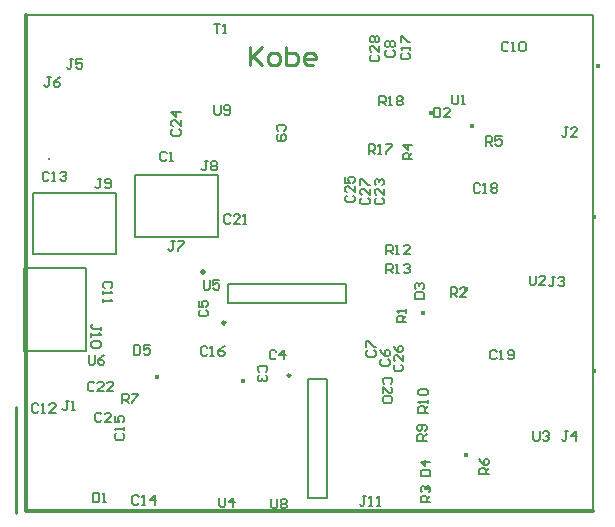
<source format=gto>
G04*
G04 #@! TF.GenerationSoftware,Altium Limited,CircuitMaker,2.0.3 (2.0.3.51)*
G04*
G04 Layer_Color=15132400*
%FSLAX25Y25*%
%MOIN*%
G70*
G04*
G04 #@! TF.SameCoordinates,446545F6-0083-4834-B6FB-C9FCCE3C903D*
G04*
G04*
G04 #@! TF.FilePolarity,Positive*
G04*
G01*
G75*
%ADD10C,0.00984*%
%ADD11C,0.01968*%
%ADD12C,0.01575*%
%ADD13C,0.01181*%
%ADD14C,0.00787*%
%ADD15C,0.01000*%
%ADD16C,0.01181*%
D10*
X70295Y66535D02*
G03*
X70295Y66535I-492J0D01*
G01*
X92028Y48996D02*
G03*
X92028Y48996I-492J0D01*
G01*
D11*
X62992Y83366D02*
D03*
D12*
X193307Y50591D02*
D03*
X193307Y101772D02*
D03*
X194488Y151969D02*
D03*
X76181Y47146D02*
D03*
X137697Y11417D02*
D03*
X150591Y22343D02*
D03*
Y77854D02*
D03*
X47638Y48327D02*
D03*
X138976Y136319D02*
D03*
X136122Y69685D02*
D03*
X152559Y132185D02*
D03*
D13*
X11614Y121260D02*
D03*
D14*
X3150Y57244D02*
Y84803D01*
X23720Y57244D02*
Y84803D01*
X3150D02*
X23720D01*
X3150Y57244D02*
X23720D01*
X33858Y89370D02*
Y109941D01*
X6299Y89370D02*
Y109941D01*
X33858D01*
X6299Y89370D02*
X33858D01*
X67835Y95118D02*
Y115689D01*
X40276Y95118D02*
Y115689D01*
X67835D01*
X40276Y95118D02*
X67835D01*
X71161Y73032D02*
X110531D01*
X71161Y79331D02*
X110531D01*
X71161Y73032D02*
Y79331D01*
X110531Y73032D02*
Y79331D01*
X98032Y8268D02*
Y47638D01*
X104331Y8268D02*
Y47638D01*
X98032D02*
X104331D01*
X98032Y8268D02*
X104331D01*
X3937Y169291D02*
X192913D01*
X192913Y157739D02*
X192913Y157739D01*
X192913Y108797D02*
Y157739D01*
Y3937D02*
Y108797D01*
X192913Y157739D02*
Y169291D01*
X119029Y155775D02*
X118504Y155250D01*
Y154201D01*
X119029Y153676D01*
X121128D01*
X121653Y154201D01*
Y155250D01*
X121128Y155775D01*
X121653Y158924D02*
Y156825D01*
X119554Y158924D01*
X119029D01*
X118504Y158399D01*
Y157349D01*
X119029Y156825D01*
Y159973D02*
X118504Y160498D01*
Y161547D01*
X119029Y162072D01*
X119554D01*
X120079Y161547D01*
X120604Y162072D01*
X121128D01*
X121653Y161547D01*
Y160498D01*
X121128Y159973D01*
X120604D01*
X120079Y160498D01*
X119554Y159973D01*
X119029D01*
X120079Y160498D02*
Y161547D01*
X115880Y108137D02*
X115355Y107612D01*
Y106563D01*
X115880Y106038D01*
X117979D01*
X118503Y106563D01*
Y107612D01*
X117979Y108137D01*
X118503Y111286D02*
Y109187D01*
X116404Y111286D01*
X115880D01*
X115355Y110761D01*
Y109712D01*
X115880Y109187D01*
X115355Y112335D02*
Y114434D01*
X115880D01*
X117979Y112335D01*
X118503D01*
X110761Y108925D02*
X110237Y108400D01*
Y107350D01*
X110761Y106825D01*
X112861D01*
X113385Y107350D01*
Y108400D01*
X112861Y108925D01*
X113385Y112073D02*
Y109974D01*
X111286Y112073D01*
X110761D01*
X110237Y111548D01*
Y110499D01*
X110761Y109974D01*
X110237Y115222D02*
Y113123D01*
X111811D01*
X111286Y114172D01*
Y114697D01*
X111811Y115222D01*
X112861D01*
X113385Y114697D01*
Y113647D01*
X112861Y113123D01*
X126903Y52625D02*
X126379Y52101D01*
Y51051D01*
X126903Y50526D01*
X129002D01*
X129527Y51051D01*
Y52101D01*
X129002Y52625D01*
X129527Y55774D02*
Y53675D01*
X127428Y55774D01*
X126903D01*
X126379Y55249D01*
Y54200D01*
X126903Y53675D01*
X126379Y58922D02*
X126903Y57873D01*
X127953Y56823D01*
X129002D01*
X129527Y57348D01*
Y58398D01*
X129002Y58922D01*
X128478D01*
X127953Y58398D01*
Y56823D01*
X53412Y93700D02*
X52363D01*
X52887D01*
Y91076D01*
X52363Y90552D01*
X51838D01*
X51313Y91076D01*
X54462Y93700D02*
X56561D01*
Y93176D01*
X54462Y91076D01*
Y90552D01*
X39896Y59055D02*
Y55906D01*
X41470D01*
X41995Y56431D01*
Y58530D01*
X41470Y59055D01*
X39896D01*
X45143D02*
X43044D01*
Y57480D01*
X44094Y58005D01*
X44619D01*
X45143Y57480D01*
Y56431D01*
X44619Y55906D01*
X43569D01*
X43044Y56431D01*
X135434Y15486D02*
X138582D01*
Y17061D01*
X138057Y17585D01*
X135958D01*
X135434Y17061D01*
Y15486D01*
X138582Y20209D02*
X135434D01*
X137008Y18635D01*
Y20734D01*
X133465Y74541D02*
X136614D01*
Y76116D01*
X136089Y76641D01*
X133990D01*
X133465Y76116D01*
Y74541D01*
X133990Y77690D02*
X133465Y78215D01*
Y79264D01*
X133990Y79789D01*
X134515D01*
X135039Y79264D01*
Y78740D01*
Y79264D01*
X135564Y79789D01*
X136089D01*
X136614Y79264D01*
Y78215D01*
X136089Y77690D01*
X139896Y138189D02*
Y135040D01*
X141470D01*
X141995Y135565D01*
Y137664D01*
X141470Y138189D01*
X139896D01*
X145143Y135040D02*
X143044D01*
X145143Y137139D01*
Y137664D01*
X144619Y138189D01*
X143569D01*
X143044Y137664D01*
X66667Y138976D02*
Y136352D01*
X67192Y135827D01*
X68242D01*
X68767Y136352D01*
Y138976D01*
X69816Y136352D02*
X70341Y135827D01*
X71390D01*
X71915Y136352D01*
Y138451D01*
X71390Y138976D01*
X70341D01*
X69816Y138451D01*
Y137926D01*
X70341Y137402D01*
X71915D01*
X85565Y7874D02*
Y5250D01*
X86090Y4725D01*
X87139D01*
X87664Y5250D01*
Y7874D01*
X88714Y7349D02*
X89239Y7874D01*
X90288D01*
X90813Y7349D01*
Y6824D01*
X90288Y6299D01*
X90813Y5774D01*
Y5250D01*
X90288Y4725D01*
X89239D01*
X88714Y5250D01*
Y5774D01*
X89239Y6299D01*
X88714Y6824D01*
Y7349D01*
X89239Y6299D02*
X90288D01*
X24738Y55708D02*
Y53084D01*
X25263Y52560D01*
X26313D01*
X26837Y53084D01*
Y55708D01*
X29986D02*
X28936Y55183D01*
X27887Y54134D01*
Y53084D01*
X28412Y52560D01*
X29461D01*
X29986Y53084D01*
Y53609D01*
X29461Y54134D01*
X27887D01*
X63124Y80708D02*
Y78084D01*
X63649Y77560D01*
X64698D01*
X65223Y78084D01*
Y80708D01*
X68372D02*
X66273D01*
Y79134D01*
X67322Y79659D01*
X67847D01*
X68372Y79134D01*
Y78084D01*
X67847Y77560D01*
X66798D01*
X66273Y78084D01*
X68242Y8267D02*
Y5643D01*
X68767Y5119D01*
X69817D01*
X70341Y5643D01*
Y8267D01*
X72965Y5119D02*
Y8267D01*
X71391Y6693D01*
X73490D01*
X172967Y30314D02*
Y27691D01*
X173492Y27166D01*
X174541D01*
X175066Y27691D01*
Y30314D01*
X176115Y29790D02*
X176640Y30314D01*
X177690D01*
X178214Y29790D01*
Y29265D01*
X177690Y28740D01*
X177165D01*
X177690D01*
X178214Y28215D01*
Y27691D01*
X177690Y27166D01*
X176640D01*
X176115Y27691D01*
X171786Y82283D02*
Y79659D01*
X172310Y79134D01*
X173360D01*
X173885Y79659D01*
Y82283D01*
X177033Y79134D02*
X174934D01*
X177033Y81233D01*
Y81758D01*
X176508Y82283D01*
X175459D01*
X174934Y81758D01*
X145932Y142519D02*
Y139895D01*
X146457Y139371D01*
X147507D01*
X148031Y139895D01*
Y142519D01*
X149081Y139371D02*
X150131D01*
X149606D01*
Y142519D01*
X149081Y141994D01*
X66405Y166141D02*
X68504D01*
X67454D01*
Y162993D01*
X69554D02*
X70603D01*
X70078D01*
Y166141D01*
X69554Y165617D01*
X121655Y138977D02*
Y142125D01*
X123229D01*
X123754Y141601D01*
Y140551D01*
X123229Y140026D01*
X121655D01*
X122704D02*
X123754Y138977D01*
X124803D02*
X125853D01*
X125328D01*
Y142125D01*
X124803Y141601D01*
X127427D02*
X127952Y142125D01*
X129001D01*
X129526Y141601D01*
Y141076D01*
X129001Y140551D01*
X129526Y140026D01*
Y139502D01*
X129001Y138977D01*
X127952D01*
X127427Y139502D01*
Y140026D01*
X127952Y140551D01*
X127427Y141076D01*
Y141601D01*
X127952Y140551D02*
X129001D01*
X118112Y122835D02*
Y125984D01*
X119686D01*
X120211Y125459D01*
Y124409D01*
X119686Y123885D01*
X118112D01*
X119161D02*
X120211Y122835D01*
X121260D02*
X122310D01*
X121785D01*
Y125984D01*
X121260Y125459D01*
X123884Y125984D02*
X125983D01*
Y125459D01*
X123884Y123360D01*
Y122835D01*
X124017Y83071D02*
Y86220D01*
X125591D01*
X126116Y85695D01*
Y84646D01*
X125591Y84121D01*
X124017D01*
X125067D02*
X126116Y83071D01*
X127166D02*
X128215D01*
X127690D01*
Y86220D01*
X127166Y85695D01*
X129789D02*
X130314Y86220D01*
X131364D01*
X131888Y85695D01*
Y85170D01*
X131364Y84646D01*
X130839D01*
X131364D01*
X131888Y84121D01*
Y83596D01*
X131364Y83071D01*
X130314D01*
X129789Y83596D01*
X124017Y89371D02*
Y92519D01*
X125591D01*
X126116Y91994D01*
Y90945D01*
X125591Y90420D01*
X124017D01*
X125067D02*
X126116Y89371D01*
X127166D02*
X128215D01*
X127690D01*
Y92519D01*
X127166Y91994D01*
X131888Y89371D02*
X129789D01*
X131888Y91470D01*
Y91994D01*
X131364Y92519D01*
X130314D01*
X129789Y91994D01*
X137795Y36615D02*
X134646D01*
Y38190D01*
X135171Y38715D01*
X136221D01*
X136745Y38190D01*
Y36615D01*
Y37665D02*
X137795Y38715D01*
Y39764D02*
Y40814D01*
Y40289D01*
X134646D01*
X135171Y39764D01*
Y42388D02*
X134646Y42913D01*
Y43962D01*
X135171Y44487D01*
X137270D01*
X137795Y43962D01*
Y42913D01*
X137270Y42388D01*
X135171D01*
X137401Y27297D02*
X134253D01*
Y28872D01*
X134777Y29397D01*
X135827D01*
X136352Y28872D01*
Y27297D01*
Y28347D02*
X137401Y29397D01*
X136876Y30446D02*
X137401Y30971D01*
Y32020D01*
X136876Y32545D01*
X134777D01*
X134253Y32020D01*
Y30971D01*
X134777Y30446D01*
X135302D01*
X135827Y30971D01*
Y32545D01*
X35959Y39764D02*
Y42913D01*
X37533D01*
X38058Y42388D01*
Y41339D01*
X37533Y40814D01*
X35959D01*
X37008D02*
X38058Y39764D01*
X39107Y42913D02*
X41206D01*
Y42388D01*
X39107Y40289D01*
Y39764D01*
X158169Y15998D02*
X155020D01*
Y17572D01*
X155545Y18097D01*
X156595D01*
X157119Y17572D01*
Y15998D01*
Y17047D02*
X158169Y18097D01*
X155020Y21245D02*
X155545Y20196D01*
X156595Y19146D01*
X157644D01*
X158169Y19671D01*
Y20720D01*
X157644Y21245D01*
X157119D01*
X156595Y20720D01*
Y19146D01*
X157219Y125591D02*
Y128740D01*
X158793D01*
X159318Y128215D01*
Y127165D01*
X158793Y126641D01*
X157219D01*
X158268D02*
X159318Y125591D01*
X162466Y128740D02*
X160367D01*
Y127165D01*
X161417Y127690D01*
X161942D01*
X162466Y127165D01*
Y126116D01*
X161942Y125591D01*
X160892D01*
X160367Y126116D01*
X132677Y120998D02*
X129528D01*
Y122573D01*
X130053Y123097D01*
X131102D01*
X131627Y122573D01*
Y120998D01*
Y122048D02*
X132677Y123097D01*
Y125721D02*
X129528D01*
X131102Y124147D01*
Y126246D01*
X138582Y6825D02*
X135434D01*
Y8399D01*
X135958Y8924D01*
X137008D01*
X137533Y8399D01*
Y6825D01*
Y7875D02*
X138582Y8924D01*
X135958Y9974D02*
X135434Y10498D01*
Y11548D01*
X135958Y12073D01*
X136483D01*
X137008Y11548D01*
Y11023D01*
Y11548D01*
X137533Y12073D01*
X138057D01*
X138582Y11548D01*
Y10498D01*
X138057Y9974D01*
X145408Y75197D02*
Y78346D01*
X146982D01*
X147507Y77821D01*
Y76772D01*
X146982Y76247D01*
X145408D01*
X146457D02*
X147507Y75197D01*
X150655D02*
X148556D01*
X150655Y77296D01*
Y77821D01*
X150131Y78346D01*
X149081D01*
X148556Y77821D01*
X130708Y66799D02*
X127559D01*
Y68373D01*
X128084Y68898D01*
X129134D01*
X129659Y68373D01*
Y66799D01*
Y67848D02*
X130708Y68898D01*
Y69947D02*
Y70997D01*
Y70472D01*
X127559D01*
X128084Y69947D01*
X117192Y8661D02*
X116142D01*
X116667D01*
Y6037D01*
X116142Y5512D01*
X115618D01*
X115093Y6037D01*
X118242Y5512D02*
X119291D01*
X118766D01*
Y8661D01*
X118242Y8136D01*
X120865Y5512D02*
X121915D01*
X121390D01*
Y8661D01*
X120865Y8136D01*
X28740Y64041D02*
Y65091D01*
Y64566D01*
X26116D01*
X25591Y65091D01*
Y65616D01*
X26116Y66140D01*
X25591Y62992D02*
Y61942D01*
Y62467D01*
X28740D01*
X28215Y62992D01*
Y60368D02*
X28740Y59843D01*
Y58794D01*
X28215Y58269D01*
X26116D01*
X25591Y58794D01*
Y59843D01*
X26116Y60368D01*
X28215D01*
X29003Y114566D02*
X27953D01*
X28478D01*
Y111943D01*
X27953Y111418D01*
X27428D01*
X26904Y111943D01*
X30052D02*
X30577Y111418D01*
X31627D01*
X32151Y111943D01*
Y114042D01*
X31627Y114566D01*
X30577D01*
X30052Y114042D01*
Y113517D01*
X30577Y112992D01*
X32151D01*
X64436Y120472D02*
X63386D01*
X63911D01*
Y117848D01*
X63386Y117323D01*
X62862D01*
X62337Y117848D01*
X65485Y119947D02*
X66010Y120472D01*
X67060D01*
X67585Y119947D01*
Y119422D01*
X67060Y118898D01*
X67585Y118373D01*
Y117848D01*
X67060Y117323D01*
X66010D01*
X65485Y117848D01*
Y118373D01*
X66010Y118898D01*
X65485Y119422D01*
Y119947D01*
X66010Y118898D02*
X67060D01*
X12074Y148425D02*
X11024D01*
X11549D01*
Y145801D01*
X11024Y145276D01*
X10499D01*
X9975Y145801D01*
X15222Y148425D02*
X14173Y147900D01*
X13123Y146850D01*
Y145801D01*
X13648Y145276D01*
X14697D01*
X15222Y145801D01*
Y146326D01*
X14697Y146850D01*
X13123D01*
X19554Y154330D02*
X18504D01*
X19029D01*
Y151706D01*
X18504Y151182D01*
X17980D01*
X17455Y151706D01*
X22703Y154330D02*
X20604D01*
Y152756D01*
X21653Y153281D01*
X22178D01*
X22703Y152756D01*
Y151706D01*
X22178Y151182D01*
X21128D01*
X20604Y151706D01*
X184515Y30314D02*
X183465D01*
X183990D01*
Y27691D01*
X183465Y27166D01*
X182940D01*
X182416Y27691D01*
X187138Y27166D02*
Y30314D01*
X185564Y28740D01*
X187663D01*
X180184Y81889D02*
X179134D01*
X179659D01*
Y79265D01*
X179134Y78741D01*
X178610D01*
X178085Y79265D01*
X181233Y81365D02*
X181758Y81889D01*
X182808D01*
X183333Y81365D01*
Y80840D01*
X182808Y80315D01*
X182283D01*
X182808D01*
X183333Y79790D01*
Y79265D01*
X182808Y78741D01*
X181758D01*
X181233Y79265D01*
X184515Y131692D02*
X183465D01*
X183990D01*
Y129069D01*
X183465Y128544D01*
X182940D01*
X182416Y129069D01*
X187663Y128544D02*
X185564D01*
X187663Y130643D01*
Y131168D01*
X187138Y131692D01*
X186089D01*
X185564Y131168D01*
X18110Y40551D02*
X17061D01*
X17585D01*
Y37927D01*
X17061Y37402D01*
X16536D01*
X16011Y37927D01*
X19160Y37402D02*
X20209D01*
X19684D01*
Y40551D01*
X19160Y40026D01*
X26247Y9842D02*
Y6693D01*
X27822D01*
X28346Y7218D01*
Y9317D01*
X27822Y9842D01*
X26247D01*
X29396Y6693D02*
X30446D01*
X29921D01*
Y9842D01*
X29396Y9317D01*
X52887Y130972D02*
X52363Y130447D01*
Y129397D01*
X52887Y128873D01*
X54987D01*
X55511Y129397D01*
Y130447D01*
X54987Y130972D01*
X55511Y134120D02*
Y132021D01*
X53412Y134120D01*
X52887D01*
X52363Y133596D01*
Y132546D01*
X52887Y132021D01*
X55511Y136744D02*
X52363D01*
X53937Y135170D01*
Y137269D01*
X120604Y108137D02*
X120079Y107612D01*
Y106563D01*
X120604Y106038D01*
X122703D01*
X123228Y106563D01*
Y107612D01*
X122703Y108137D01*
X123228Y111286D02*
Y109187D01*
X121129Y111286D01*
X120604D01*
X120079Y110761D01*
Y109712D01*
X120604Y109187D01*
Y112335D02*
X120079Y112860D01*
Y113910D01*
X120604Y114434D01*
X121129D01*
X121653Y113910D01*
Y113385D01*
Y113910D01*
X122178Y114434D01*
X122703D01*
X123228Y113910D01*
Y112860D01*
X122703Y112335D01*
X26641Y46325D02*
X26116Y46850D01*
X25067D01*
X24542Y46325D01*
Y44226D01*
X25067Y43701D01*
X26116D01*
X26641Y44226D01*
X29790Y43701D02*
X27691D01*
X29790Y45800D01*
Y46325D01*
X29265Y46850D01*
X28215D01*
X27691Y46325D01*
X32938Y43701D02*
X30839D01*
X32938Y45800D01*
Y46325D01*
X32414Y46850D01*
X31364D01*
X30839Y46325D01*
X72048Y102231D02*
X71523Y102755D01*
X70473D01*
X69949Y102231D01*
Y100132D01*
X70473Y99607D01*
X71523D01*
X72048Y100132D01*
X75196Y99607D02*
X73097D01*
X75196Y101706D01*
Y102231D01*
X74672Y102755D01*
X73622D01*
X73097Y102231D01*
X76246Y99607D02*
X77295D01*
X76771D01*
Y102755D01*
X76246Y102231D01*
X125459Y46194D02*
X125984Y46718D01*
Y47768D01*
X125459Y48293D01*
X123360D01*
X122835Y47768D01*
Y46718D01*
X123360Y46194D01*
X122835Y43045D02*
Y45144D01*
X124934Y43045D01*
X125459D01*
X125984Y43570D01*
Y44619D01*
X125459Y45144D01*
Y41995D02*
X125984Y41471D01*
Y40421D01*
X125459Y39896D01*
X123360D01*
X122835Y40421D01*
Y41471D01*
X123360Y41995D01*
X125459D01*
X160762Y56955D02*
X160237Y57480D01*
X159187D01*
X158663Y56955D01*
Y54856D01*
X159187Y54331D01*
X160237D01*
X160762Y54856D01*
X161811Y54331D02*
X162861D01*
X162336D01*
Y57480D01*
X161811Y56955D01*
X164435Y54856D02*
X164960Y54331D01*
X166009D01*
X166534Y54856D01*
Y56955D01*
X166009Y57480D01*
X164960D01*
X164435Y56955D01*
Y56430D01*
X164960Y55905D01*
X166534D01*
X155250Y112467D02*
X154725Y112992D01*
X153676D01*
X153151Y112467D01*
Y110368D01*
X153676Y109843D01*
X154725D01*
X155250Y110368D01*
X156299Y109843D02*
X157349D01*
X156824D01*
Y112992D01*
X156299Y112467D01*
X158923D02*
X159448Y112992D01*
X160498D01*
X161022Y112467D01*
Y111942D01*
X160498Y111417D01*
X161022Y110893D01*
Y110368D01*
X160498Y109843D01*
X159448D01*
X158923Y110368D01*
Y110893D01*
X159448Y111417D01*
X158923Y111942D01*
Y112467D01*
X159448Y111417D02*
X160498D01*
X129265Y156431D02*
X128741Y155906D01*
Y154857D01*
X129265Y154332D01*
X131365D01*
X131889Y154857D01*
Y155906D01*
X131365Y156431D01*
X131889Y157481D02*
Y158530D01*
Y158005D01*
X128741D01*
X129265Y157481D01*
X128741Y160104D02*
Y162204D01*
X129265D01*
X131365Y160104D01*
X131889D01*
X64305Y58136D02*
X63780Y58661D01*
X62731D01*
X62206Y58136D01*
Y56037D01*
X62731Y55512D01*
X63780D01*
X64305Y56037D01*
X65355Y55512D02*
X66404D01*
X65879D01*
Y58661D01*
X65355Y58136D01*
X70078Y58661D02*
X69028Y58136D01*
X67978Y57087D01*
Y56037D01*
X68503Y55512D01*
X69553D01*
X70078Y56037D01*
Y56562D01*
X69553Y57087D01*
X67978D01*
X33990Y29659D02*
X33465Y29135D01*
Y28085D01*
X33990Y27560D01*
X36089D01*
X36614Y28085D01*
Y29135D01*
X36089Y29659D01*
X36614Y30709D02*
Y31758D01*
Y31234D01*
X33465D01*
X33990Y30709D01*
X33465Y35432D02*
Y33333D01*
X35039D01*
X34515Y34382D01*
Y34907D01*
X35039Y35432D01*
X36089D01*
X36614Y34907D01*
Y33858D01*
X36089Y33333D01*
X41470Y8530D02*
X40946Y9055D01*
X39896D01*
X39371Y8530D01*
Y6431D01*
X39896Y5906D01*
X40946D01*
X41470Y6431D01*
X42520Y5906D02*
X43569D01*
X43045D01*
Y9055D01*
X42520Y8530D01*
X46718Y5906D02*
Y9055D01*
X45144Y7480D01*
X47243D01*
X11549Y116404D02*
X11024Y116929D01*
X9975D01*
X9450Y116404D01*
Y114305D01*
X9975Y113780D01*
X11024D01*
X11549Y114305D01*
X12599Y113780D02*
X13648D01*
X13123D01*
Y116929D01*
X12599Y116404D01*
X15223D02*
X15747Y116929D01*
X16797D01*
X17322Y116404D01*
Y115879D01*
X16797Y115354D01*
X16272D01*
X16797D01*
X17322Y114830D01*
Y114305D01*
X16797Y113780D01*
X15747D01*
X15223Y114305D01*
X8006Y39239D02*
X7481Y39763D01*
X6432D01*
X5907Y39239D01*
Y37139D01*
X6432Y36615D01*
X7481D01*
X8006Y37139D01*
X9055Y36615D02*
X10105D01*
X9580D01*
Y39763D01*
X9055Y39239D01*
X13778Y36615D02*
X11679D01*
X13778Y38714D01*
Y39239D01*
X13253Y39763D01*
X12204D01*
X11679Y39239D01*
X32152Y78084D02*
X32677Y78608D01*
Y79658D01*
X32152Y80183D01*
X30053D01*
X29528Y79658D01*
Y78608D01*
X30053Y78084D01*
X29528Y77034D02*
Y75985D01*
Y76509D01*
X32677D01*
X32152Y77034D01*
X29528Y74410D02*
Y73361D01*
Y73885D01*
X32677D01*
X32152Y74410D01*
X164699Y159711D02*
X164174Y160236D01*
X163125D01*
X162600Y159711D01*
Y157612D01*
X163125Y157087D01*
X164174D01*
X164699Y157612D01*
X165748Y157087D02*
X166798D01*
X166273D01*
Y160236D01*
X165748Y159711D01*
X168372D02*
X168897Y160236D01*
X169946D01*
X170471Y159711D01*
Y157612D01*
X169946Y157087D01*
X168897D01*
X168372Y157612D01*
Y159711D01*
X90026Y130446D02*
X90551Y130971D01*
Y132020D01*
X90026Y132545D01*
X87927D01*
X87402Y132020D01*
Y130971D01*
X87927Y130446D01*
Y129396D02*
X87402Y128872D01*
Y127822D01*
X87927Y127297D01*
X90026D01*
X90551Y127822D01*
Y128872D01*
X90026Y129396D01*
X89501D01*
X88976Y128872D01*
Y127297D01*
X124147Y157349D02*
X123623Y156825D01*
Y155775D01*
X124147Y155250D01*
X126246D01*
X126771Y155775D01*
Y156825D01*
X126246Y157349D01*
X124147Y158399D02*
X123623Y158924D01*
Y159973D01*
X124147Y160498D01*
X124672D01*
X125197Y159973D01*
X125722Y160498D01*
X126246D01*
X126771Y159973D01*
Y158924D01*
X126246Y158399D01*
X125722D01*
X125197Y158924D01*
X124672Y158399D01*
X124147D01*
X125197Y158924D02*
Y159973D01*
X117848Y57349D02*
X117323Y56824D01*
Y55775D01*
X117848Y55250D01*
X119947D01*
X120472Y55775D01*
Y56824D01*
X119947Y57349D01*
X117323Y58399D02*
Y60498D01*
X117848D01*
X119947Y58399D01*
X120472D01*
X122425Y54347D02*
X121901Y53822D01*
Y52772D01*
X122425Y52248D01*
X124524D01*
X125049Y52772D01*
Y53822D01*
X124524Y54347D01*
X121901Y57495D02*
X122425Y56446D01*
X123475Y55396D01*
X124524D01*
X125049Y55921D01*
Y56971D01*
X124524Y57495D01*
X124000D01*
X123475Y56971D01*
Y55396D01*
X61943Y70735D02*
X61418Y70210D01*
Y69161D01*
X61943Y68636D01*
X64042D01*
X64566Y69161D01*
Y70210D01*
X64042Y70735D01*
X61418Y73884D02*
Y71785D01*
X62992D01*
X62467Y72834D01*
Y73359D01*
X62992Y73884D01*
X64042D01*
X64566Y73359D01*
Y72309D01*
X64042Y71785D01*
X87270Y56955D02*
X86746Y57480D01*
X85696D01*
X85172Y56955D01*
Y54856D01*
X85696Y54331D01*
X86746D01*
X87270Y54856D01*
X89894Y54331D02*
Y57480D01*
X88320Y55905D01*
X90419D01*
X83727Y50131D02*
X84251Y50656D01*
Y51705D01*
X83727Y52230D01*
X81628D01*
X81103Y51705D01*
Y50656D01*
X81628Y50131D01*
X83727Y49082D02*
X84251Y48557D01*
Y47507D01*
X83727Y46982D01*
X83202D01*
X82677Y47507D01*
Y48032D01*
Y47507D01*
X82152Y46982D01*
X81628D01*
X81103Y47507D01*
Y48557D01*
X81628Y49082D01*
X29003Y36089D02*
X28478Y36614D01*
X27428D01*
X26904Y36089D01*
Y33990D01*
X27428Y33465D01*
X28478D01*
X29003Y33990D01*
X32151Y33465D02*
X30052D01*
X32151Y35564D01*
Y36089D01*
X31627Y36614D01*
X30577D01*
X30052Y36089D01*
X50787Y123097D02*
X50263Y123621D01*
X49213D01*
X48688Y123097D01*
Y120998D01*
X49213Y120473D01*
X50263D01*
X50787Y120998D01*
X51837Y120473D02*
X52886D01*
X52362D01*
Y123621D01*
X51837Y123097D01*
D15*
X591Y3150D02*
Y38583D01*
X78559Y158573D02*
Y152575D01*
Y154574D01*
X82558Y158573D01*
X79559Y155574D01*
X82558Y152575D01*
X85557D02*
X87556D01*
X88556Y153575D01*
Y155574D01*
X87556Y156573D01*
X85557D01*
X84557Y155574D01*
Y153575D01*
X85557Y152575D01*
X90555Y158573D02*
Y152575D01*
X93554D01*
X94554Y153575D01*
Y154574D01*
Y155574D01*
X93554Y156573D01*
X90555D01*
X99552Y152575D02*
X97553D01*
X96553Y153575D01*
Y155574D01*
X97553Y156573D01*
X99552D01*
X100552Y155574D01*
Y154574D01*
X96553D01*
D16*
X3937Y3937D02*
Y169291D01*
Y3937D02*
X192913D01*
M02*

</source>
